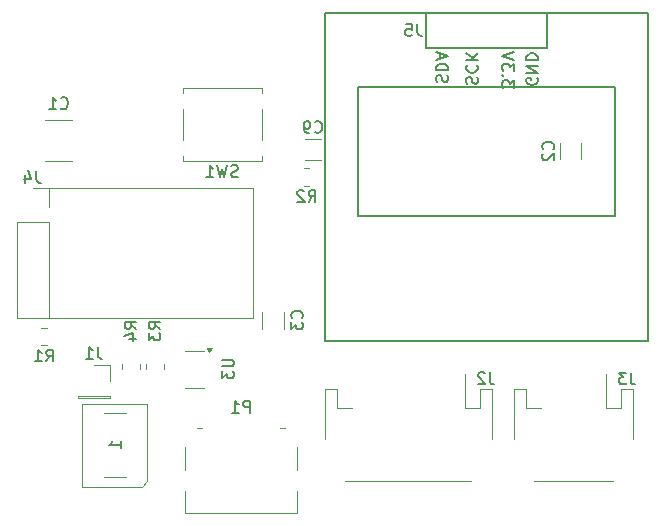
<source format=gbo>
%TF.GenerationSoftware,KiCad,Pcbnew,9.0.2*%
%TF.CreationDate,2025-06-17T20:14:42+02:00*%
%TF.ProjectId,elrs_tx_full,656c7273-5f74-4785-9f66-756c6c2e6b69,rev?*%
%TF.SameCoordinates,Original*%
%TF.FileFunction,Legend,Bot*%
%TF.FilePolarity,Positive*%
%FSLAX46Y46*%
G04 Gerber Fmt 4.6, Leading zero omitted, Abs format (unit mm)*
G04 Created by KiCad (PCBNEW 9.0.2) date 2025-06-17 20:14:42*
%MOMM*%
%LPD*%
G01*
G04 APERTURE LIST*
%ADD10C,0.150000*%
%ADD11C,0.120000*%
G04 APERTURE END LIST*
D10*
X123788180Y-47130921D02*
X123788180Y-46511874D01*
X123788180Y-46511874D02*
X123407228Y-46845207D01*
X123407228Y-46845207D02*
X123407228Y-46702350D01*
X123407228Y-46702350D02*
X123359609Y-46607112D01*
X123359609Y-46607112D02*
X123311990Y-46559493D01*
X123311990Y-46559493D02*
X123216752Y-46511874D01*
X123216752Y-46511874D02*
X122978657Y-46511874D01*
X122978657Y-46511874D02*
X122883419Y-46559493D01*
X122883419Y-46559493D02*
X122835800Y-46607112D01*
X122835800Y-46607112D02*
X122788180Y-46702350D01*
X122788180Y-46702350D02*
X122788180Y-46988064D01*
X122788180Y-46988064D02*
X122835800Y-47083302D01*
X122835800Y-47083302D02*
X122883419Y-47130921D01*
X122883419Y-46083302D02*
X122835800Y-46035683D01*
X122835800Y-46035683D02*
X122788180Y-46083302D01*
X122788180Y-46083302D02*
X122835800Y-46130921D01*
X122835800Y-46130921D02*
X122883419Y-46083302D01*
X122883419Y-46083302D02*
X122788180Y-46083302D01*
X123788180Y-45702350D02*
X123788180Y-45083303D01*
X123788180Y-45083303D02*
X123407228Y-45416636D01*
X123407228Y-45416636D02*
X123407228Y-45273779D01*
X123407228Y-45273779D02*
X123359609Y-45178541D01*
X123359609Y-45178541D02*
X123311990Y-45130922D01*
X123311990Y-45130922D02*
X123216752Y-45083303D01*
X123216752Y-45083303D02*
X122978657Y-45083303D01*
X122978657Y-45083303D02*
X122883419Y-45130922D01*
X122883419Y-45130922D02*
X122835800Y-45178541D01*
X122835800Y-45178541D02*
X122788180Y-45273779D01*
X122788180Y-45273779D02*
X122788180Y-45559493D01*
X122788180Y-45559493D02*
X122835800Y-45654731D01*
X122835800Y-45654731D02*
X122883419Y-45702350D01*
X123788180Y-44797588D02*
X122788180Y-44464255D01*
X122788180Y-44464255D02*
X123788180Y-44130922D01*
X117247800Y-46654731D02*
X117200180Y-46511874D01*
X117200180Y-46511874D02*
X117200180Y-46273779D01*
X117200180Y-46273779D02*
X117247800Y-46178541D01*
X117247800Y-46178541D02*
X117295419Y-46130922D01*
X117295419Y-46130922D02*
X117390657Y-46083303D01*
X117390657Y-46083303D02*
X117485895Y-46083303D01*
X117485895Y-46083303D02*
X117581133Y-46130922D01*
X117581133Y-46130922D02*
X117628752Y-46178541D01*
X117628752Y-46178541D02*
X117676371Y-46273779D01*
X117676371Y-46273779D02*
X117723990Y-46464255D01*
X117723990Y-46464255D02*
X117771609Y-46559493D01*
X117771609Y-46559493D02*
X117819228Y-46607112D01*
X117819228Y-46607112D02*
X117914466Y-46654731D01*
X117914466Y-46654731D02*
X118009704Y-46654731D01*
X118009704Y-46654731D02*
X118104942Y-46607112D01*
X118104942Y-46607112D02*
X118152561Y-46559493D01*
X118152561Y-46559493D02*
X118200180Y-46464255D01*
X118200180Y-46464255D02*
X118200180Y-46226160D01*
X118200180Y-46226160D02*
X118152561Y-46083303D01*
X117200180Y-45654731D02*
X118200180Y-45654731D01*
X118200180Y-45654731D02*
X118200180Y-45416636D01*
X118200180Y-45416636D02*
X118152561Y-45273779D01*
X118152561Y-45273779D02*
X118057323Y-45178541D01*
X118057323Y-45178541D02*
X117962085Y-45130922D01*
X117962085Y-45130922D02*
X117771609Y-45083303D01*
X117771609Y-45083303D02*
X117628752Y-45083303D01*
X117628752Y-45083303D02*
X117438276Y-45130922D01*
X117438276Y-45130922D02*
X117343038Y-45178541D01*
X117343038Y-45178541D02*
X117247800Y-45273779D01*
X117247800Y-45273779D02*
X117200180Y-45416636D01*
X117200180Y-45416636D02*
X117200180Y-45654731D01*
X117485895Y-44702350D02*
X117485895Y-44226160D01*
X117200180Y-44797588D02*
X118200180Y-44464255D01*
X118200180Y-44464255D02*
X117200180Y-44130922D01*
X125772561Y-46321398D02*
X125820180Y-46416636D01*
X125820180Y-46416636D02*
X125820180Y-46559493D01*
X125820180Y-46559493D02*
X125772561Y-46702350D01*
X125772561Y-46702350D02*
X125677323Y-46797588D01*
X125677323Y-46797588D02*
X125582085Y-46845207D01*
X125582085Y-46845207D02*
X125391609Y-46892826D01*
X125391609Y-46892826D02*
X125248752Y-46892826D01*
X125248752Y-46892826D02*
X125058276Y-46845207D01*
X125058276Y-46845207D02*
X124963038Y-46797588D01*
X124963038Y-46797588D02*
X124867800Y-46702350D01*
X124867800Y-46702350D02*
X124820180Y-46559493D01*
X124820180Y-46559493D02*
X124820180Y-46464255D01*
X124820180Y-46464255D02*
X124867800Y-46321398D01*
X124867800Y-46321398D02*
X124915419Y-46273779D01*
X124915419Y-46273779D02*
X125248752Y-46273779D01*
X125248752Y-46273779D02*
X125248752Y-46464255D01*
X124820180Y-45845207D02*
X125820180Y-45845207D01*
X125820180Y-45845207D02*
X124820180Y-45273779D01*
X124820180Y-45273779D02*
X125820180Y-45273779D01*
X124820180Y-44797588D02*
X125820180Y-44797588D01*
X125820180Y-44797588D02*
X125820180Y-44559493D01*
X125820180Y-44559493D02*
X125772561Y-44416636D01*
X125772561Y-44416636D02*
X125677323Y-44321398D01*
X125677323Y-44321398D02*
X125582085Y-44273779D01*
X125582085Y-44273779D02*
X125391609Y-44226160D01*
X125391609Y-44226160D02*
X125248752Y-44226160D01*
X125248752Y-44226160D02*
X125058276Y-44273779D01*
X125058276Y-44273779D02*
X124963038Y-44321398D01*
X124963038Y-44321398D02*
X124867800Y-44416636D01*
X124867800Y-44416636D02*
X124820180Y-44559493D01*
X124820180Y-44559493D02*
X124820180Y-44797588D01*
X119787800Y-46797588D02*
X119740180Y-46654731D01*
X119740180Y-46654731D02*
X119740180Y-46416636D01*
X119740180Y-46416636D02*
X119787800Y-46321398D01*
X119787800Y-46321398D02*
X119835419Y-46273779D01*
X119835419Y-46273779D02*
X119930657Y-46226160D01*
X119930657Y-46226160D02*
X120025895Y-46226160D01*
X120025895Y-46226160D02*
X120121133Y-46273779D01*
X120121133Y-46273779D02*
X120168752Y-46321398D01*
X120168752Y-46321398D02*
X120216371Y-46416636D01*
X120216371Y-46416636D02*
X120263990Y-46607112D01*
X120263990Y-46607112D02*
X120311609Y-46702350D01*
X120311609Y-46702350D02*
X120359228Y-46749969D01*
X120359228Y-46749969D02*
X120454466Y-46797588D01*
X120454466Y-46797588D02*
X120549704Y-46797588D01*
X120549704Y-46797588D02*
X120644942Y-46749969D01*
X120644942Y-46749969D02*
X120692561Y-46702350D01*
X120692561Y-46702350D02*
X120740180Y-46607112D01*
X120740180Y-46607112D02*
X120740180Y-46369017D01*
X120740180Y-46369017D02*
X120692561Y-46226160D01*
X119835419Y-45226160D02*
X119787800Y-45273779D01*
X119787800Y-45273779D02*
X119740180Y-45416636D01*
X119740180Y-45416636D02*
X119740180Y-45511874D01*
X119740180Y-45511874D02*
X119787800Y-45654731D01*
X119787800Y-45654731D02*
X119883038Y-45749969D01*
X119883038Y-45749969D02*
X119978276Y-45797588D01*
X119978276Y-45797588D02*
X120168752Y-45845207D01*
X120168752Y-45845207D02*
X120311609Y-45845207D01*
X120311609Y-45845207D02*
X120502085Y-45797588D01*
X120502085Y-45797588D02*
X120597323Y-45749969D01*
X120597323Y-45749969D02*
X120692561Y-45654731D01*
X120692561Y-45654731D02*
X120740180Y-45511874D01*
X120740180Y-45511874D02*
X120740180Y-45416636D01*
X120740180Y-45416636D02*
X120692561Y-45273779D01*
X120692561Y-45273779D02*
X120644942Y-45226160D01*
X119740180Y-44797588D02*
X120740180Y-44797588D01*
X119740180Y-44226160D02*
X120311609Y-44654731D01*
X120740180Y-44226160D02*
X120168752Y-44797588D01*
X99081319Y-70160095D02*
X99890842Y-70160095D01*
X99890842Y-70160095D02*
X99986080Y-70207714D01*
X99986080Y-70207714D02*
X100033700Y-70255333D01*
X100033700Y-70255333D02*
X100081319Y-70350571D01*
X100081319Y-70350571D02*
X100081319Y-70541047D01*
X100081319Y-70541047D02*
X100033700Y-70636285D01*
X100033700Y-70636285D02*
X99986080Y-70683904D01*
X99986080Y-70683904D02*
X99890842Y-70731523D01*
X99890842Y-70731523D02*
X99081319Y-70731523D01*
X99081319Y-71112476D02*
X99081319Y-71731523D01*
X99081319Y-71731523D02*
X99462271Y-71398190D01*
X99462271Y-71398190D02*
X99462271Y-71541047D01*
X99462271Y-71541047D02*
X99509890Y-71636285D01*
X99509890Y-71636285D02*
X99557509Y-71683904D01*
X99557509Y-71683904D02*
X99652747Y-71731523D01*
X99652747Y-71731523D02*
X99890842Y-71731523D01*
X99890842Y-71731523D02*
X99986080Y-71683904D01*
X99986080Y-71683904D02*
X100033700Y-71636285D01*
X100033700Y-71636285D02*
X100081319Y-71541047D01*
X100081319Y-71541047D02*
X100081319Y-71255333D01*
X100081319Y-71255333D02*
X100033700Y-71160095D01*
X100033700Y-71160095D02*
X99986080Y-71112476D01*
X91820819Y-67551333D02*
X91344628Y-67218000D01*
X91820819Y-66979905D02*
X90820819Y-66979905D01*
X90820819Y-66979905D02*
X90820819Y-67360857D01*
X90820819Y-67360857D02*
X90868438Y-67456095D01*
X90868438Y-67456095D02*
X90916057Y-67503714D01*
X90916057Y-67503714D02*
X91011295Y-67551333D01*
X91011295Y-67551333D02*
X91154152Y-67551333D01*
X91154152Y-67551333D02*
X91249390Y-67503714D01*
X91249390Y-67503714D02*
X91297009Y-67456095D01*
X91297009Y-67456095D02*
X91344628Y-67360857D01*
X91344628Y-67360857D02*
X91344628Y-66979905D01*
X91154152Y-68408476D02*
X91820819Y-68408476D01*
X90773200Y-68170381D02*
X91487485Y-67932286D01*
X91487485Y-67932286D02*
X91487485Y-68551333D01*
X93852819Y-67551333D02*
X93376628Y-67218000D01*
X93852819Y-66979905D02*
X92852819Y-66979905D01*
X92852819Y-66979905D02*
X92852819Y-67360857D01*
X92852819Y-67360857D02*
X92900438Y-67456095D01*
X92900438Y-67456095D02*
X92948057Y-67503714D01*
X92948057Y-67503714D02*
X93043295Y-67551333D01*
X93043295Y-67551333D02*
X93186152Y-67551333D01*
X93186152Y-67551333D02*
X93281390Y-67503714D01*
X93281390Y-67503714D02*
X93329009Y-67456095D01*
X93329009Y-67456095D02*
X93376628Y-67360857D01*
X93376628Y-67360857D02*
X93376628Y-66979905D01*
X92852819Y-67884667D02*
X92852819Y-68503714D01*
X92852819Y-68503714D02*
X93233771Y-68170381D01*
X93233771Y-68170381D02*
X93233771Y-68313238D01*
X93233771Y-68313238D02*
X93281390Y-68408476D01*
X93281390Y-68408476D02*
X93329009Y-68456095D01*
X93329009Y-68456095D02*
X93424247Y-68503714D01*
X93424247Y-68503714D02*
X93662342Y-68503714D01*
X93662342Y-68503714D02*
X93757580Y-68456095D01*
X93757580Y-68456095D02*
X93805200Y-68408476D01*
X93805200Y-68408476D02*
X93852819Y-68313238D01*
X93852819Y-68313238D02*
X93852819Y-68027524D01*
X93852819Y-68027524D02*
X93805200Y-67932286D01*
X93805200Y-67932286D02*
X93757580Y-67884667D01*
X106925066Y-50875180D02*
X106972685Y-50922800D01*
X106972685Y-50922800D02*
X107115542Y-50970419D01*
X107115542Y-50970419D02*
X107210780Y-50970419D01*
X107210780Y-50970419D02*
X107353637Y-50922800D01*
X107353637Y-50922800D02*
X107448875Y-50827561D01*
X107448875Y-50827561D02*
X107496494Y-50732323D01*
X107496494Y-50732323D02*
X107544113Y-50541847D01*
X107544113Y-50541847D02*
X107544113Y-50398990D01*
X107544113Y-50398990D02*
X107496494Y-50208514D01*
X107496494Y-50208514D02*
X107448875Y-50113276D01*
X107448875Y-50113276D02*
X107353637Y-50018038D01*
X107353637Y-50018038D02*
X107210780Y-49970419D01*
X107210780Y-49970419D02*
X107115542Y-49970419D01*
X107115542Y-49970419D02*
X106972685Y-50018038D01*
X106972685Y-50018038D02*
X106925066Y-50065657D01*
X106448875Y-50970419D02*
X106258399Y-50970419D01*
X106258399Y-50970419D02*
X106163161Y-50922800D01*
X106163161Y-50922800D02*
X106115542Y-50875180D01*
X106115542Y-50875180D02*
X106020304Y-50732323D01*
X106020304Y-50732323D02*
X105972685Y-50541847D01*
X105972685Y-50541847D02*
X105972685Y-50160895D01*
X105972685Y-50160895D02*
X106020304Y-50065657D01*
X106020304Y-50065657D02*
X106067923Y-50018038D01*
X106067923Y-50018038D02*
X106163161Y-49970419D01*
X106163161Y-49970419D02*
X106353637Y-49970419D01*
X106353637Y-49970419D02*
X106448875Y-50018038D01*
X106448875Y-50018038D02*
X106496494Y-50065657D01*
X106496494Y-50065657D02*
X106544113Y-50160895D01*
X106544113Y-50160895D02*
X106544113Y-50398990D01*
X106544113Y-50398990D02*
X106496494Y-50494228D01*
X106496494Y-50494228D02*
X106448875Y-50541847D01*
X106448875Y-50541847D02*
X106353637Y-50589466D01*
X106353637Y-50589466D02*
X106163161Y-50589466D01*
X106163161Y-50589466D02*
X106067923Y-50541847D01*
X106067923Y-50541847D02*
X106020304Y-50494228D01*
X106020304Y-50494228D02*
X105972685Y-50398990D01*
X100405332Y-54656600D02*
X100262475Y-54704219D01*
X100262475Y-54704219D02*
X100024380Y-54704219D01*
X100024380Y-54704219D02*
X99929142Y-54656600D01*
X99929142Y-54656600D02*
X99881523Y-54608980D01*
X99881523Y-54608980D02*
X99833904Y-54513742D01*
X99833904Y-54513742D02*
X99833904Y-54418504D01*
X99833904Y-54418504D02*
X99881523Y-54323266D01*
X99881523Y-54323266D02*
X99929142Y-54275647D01*
X99929142Y-54275647D02*
X100024380Y-54228028D01*
X100024380Y-54228028D02*
X100214856Y-54180409D01*
X100214856Y-54180409D02*
X100310094Y-54132790D01*
X100310094Y-54132790D02*
X100357713Y-54085171D01*
X100357713Y-54085171D02*
X100405332Y-53989933D01*
X100405332Y-53989933D02*
X100405332Y-53894695D01*
X100405332Y-53894695D02*
X100357713Y-53799457D01*
X100357713Y-53799457D02*
X100310094Y-53751838D01*
X100310094Y-53751838D02*
X100214856Y-53704219D01*
X100214856Y-53704219D02*
X99976761Y-53704219D01*
X99976761Y-53704219D02*
X99833904Y-53751838D01*
X99500570Y-53704219D02*
X99262475Y-54704219D01*
X99262475Y-54704219D02*
X99071999Y-53989933D01*
X99071999Y-53989933D02*
X98881523Y-54704219D01*
X98881523Y-54704219D02*
X98643428Y-53704219D01*
X97738666Y-54704219D02*
X98310094Y-54704219D01*
X98024380Y-54704219D02*
X98024380Y-53704219D01*
X98024380Y-53704219D02*
X98119618Y-53847076D01*
X98119618Y-53847076D02*
X98214856Y-53942314D01*
X98214856Y-53942314D02*
X98310094Y-53989933D01*
X106391666Y-56812419D02*
X106724999Y-56336228D01*
X106963094Y-56812419D02*
X106963094Y-55812419D01*
X106963094Y-55812419D02*
X106582142Y-55812419D01*
X106582142Y-55812419D02*
X106486904Y-55860038D01*
X106486904Y-55860038D02*
X106439285Y-55907657D01*
X106439285Y-55907657D02*
X106391666Y-56002895D01*
X106391666Y-56002895D02*
X106391666Y-56145752D01*
X106391666Y-56145752D02*
X106439285Y-56240990D01*
X106439285Y-56240990D02*
X106486904Y-56288609D01*
X106486904Y-56288609D02*
X106582142Y-56336228D01*
X106582142Y-56336228D02*
X106963094Y-56336228D01*
X106010713Y-55907657D02*
X105963094Y-55860038D01*
X105963094Y-55860038D02*
X105867856Y-55812419D01*
X105867856Y-55812419D02*
X105629761Y-55812419D01*
X105629761Y-55812419D02*
X105534523Y-55860038D01*
X105534523Y-55860038D02*
X105486904Y-55907657D01*
X105486904Y-55907657D02*
X105439285Y-56002895D01*
X105439285Y-56002895D02*
X105439285Y-56098133D01*
X105439285Y-56098133D02*
X105486904Y-56240990D01*
X105486904Y-56240990D02*
X106058332Y-56812419D01*
X106058332Y-56812419D02*
X105439285Y-56812419D01*
X101418494Y-74632619D02*
X101418494Y-73632619D01*
X101418494Y-73632619D02*
X101037542Y-73632619D01*
X101037542Y-73632619D02*
X100942304Y-73680238D01*
X100942304Y-73680238D02*
X100894685Y-73727857D01*
X100894685Y-73727857D02*
X100847066Y-73823095D01*
X100847066Y-73823095D02*
X100847066Y-73965952D01*
X100847066Y-73965952D02*
X100894685Y-74061190D01*
X100894685Y-74061190D02*
X100942304Y-74108809D01*
X100942304Y-74108809D02*
X101037542Y-74156428D01*
X101037542Y-74156428D02*
X101418494Y-74156428D01*
X99894685Y-74632619D02*
X100466113Y-74632619D01*
X100180399Y-74632619D02*
X100180399Y-73632619D01*
X100180399Y-73632619D02*
X100275637Y-73775476D01*
X100275637Y-73775476D02*
X100370875Y-73870714D01*
X100370875Y-73870714D02*
X100466113Y-73918333D01*
X115588533Y-41740819D02*
X115588533Y-42455104D01*
X115588533Y-42455104D02*
X115636152Y-42597961D01*
X115636152Y-42597961D02*
X115731390Y-42693200D01*
X115731390Y-42693200D02*
X115874247Y-42740819D01*
X115874247Y-42740819D02*
X115969485Y-42740819D01*
X114636152Y-41740819D02*
X115112342Y-41740819D01*
X115112342Y-41740819D02*
X115159961Y-42217009D01*
X115159961Y-42217009D02*
X115112342Y-42169390D01*
X115112342Y-42169390D02*
X115017104Y-42121771D01*
X115017104Y-42121771D02*
X114779009Y-42121771D01*
X114779009Y-42121771D02*
X114683771Y-42169390D01*
X114683771Y-42169390D02*
X114636152Y-42217009D01*
X114636152Y-42217009D02*
X114588533Y-42312247D01*
X114588533Y-42312247D02*
X114588533Y-42550342D01*
X114588533Y-42550342D02*
X114636152Y-42645580D01*
X114636152Y-42645580D02*
X114683771Y-42693200D01*
X114683771Y-42693200D02*
X114779009Y-42740819D01*
X114779009Y-42740819D02*
X115017104Y-42740819D01*
X115017104Y-42740819D02*
X115112342Y-42693200D01*
X115112342Y-42693200D02*
X115159961Y-42645580D01*
X88549733Y-69078819D02*
X88549733Y-69793104D01*
X88549733Y-69793104D02*
X88597352Y-69935961D01*
X88597352Y-69935961D02*
X88692590Y-70031200D01*
X88692590Y-70031200D02*
X88835447Y-70078819D01*
X88835447Y-70078819D02*
X88930685Y-70078819D01*
X87549733Y-70078819D02*
X88121161Y-70078819D01*
X87835447Y-70078819D02*
X87835447Y-69078819D01*
X87835447Y-69078819D02*
X87930685Y-69221676D01*
X87930685Y-69221676D02*
X88025923Y-69316914D01*
X88025923Y-69316914D02*
X88121161Y-69364533D01*
X121735333Y-71225019D02*
X121735333Y-71939304D01*
X121735333Y-71939304D02*
X121782952Y-72082161D01*
X121782952Y-72082161D02*
X121878190Y-72177400D01*
X121878190Y-72177400D02*
X122021047Y-72225019D01*
X122021047Y-72225019D02*
X122116285Y-72225019D01*
X121306761Y-71320257D02*
X121259142Y-71272638D01*
X121259142Y-71272638D02*
X121163904Y-71225019D01*
X121163904Y-71225019D02*
X120925809Y-71225019D01*
X120925809Y-71225019D02*
X120830571Y-71272638D01*
X120830571Y-71272638D02*
X120782952Y-71320257D01*
X120782952Y-71320257D02*
X120735333Y-71415495D01*
X120735333Y-71415495D02*
X120735333Y-71510733D01*
X120735333Y-71510733D02*
X120782952Y-71653590D01*
X120782952Y-71653590D02*
X121354380Y-72225019D01*
X121354380Y-72225019D02*
X120735333Y-72225019D01*
X84166666Y-70298819D02*
X84499999Y-69822628D01*
X84738094Y-70298819D02*
X84738094Y-69298819D01*
X84738094Y-69298819D02*
X84357142Y-69298819D01*
X84357142Y-69298819D02*
X84261904Y-69346438D01*
X84261904Y-69346438D02*
X84214285Y-69394057D01*
X84214285Y-69394057D02*
X84166666Y-69489295D01*
X84166666Y-69489295D02*
X84166666Y-69632152D01*
X84166666Y-69632152D02*
X84214285Y-69727390D01*
X84214285Y-69727390D02*
X84261904Y-69775009D01*
X84261904Y-69775009D02*
X84357142Y-69822628D01*
X84357142Y-69822628D02*
X84738094Y-69822628D01*
X83214285Y-70298819D02*
X83785713Y-70298819D01*
X83499999Y-70298819D02*
X83499999Y-69298819D01*
X83499999Y-69298819D02*
X83595237Y-69441676D01*
X83595237Y-69441676D02*
X83690475Y-69536914D01*
X83690475Y-69536914D02*
X83785713Y-69584533D01*
X83317333Y-54186819D02*
X83317333Y-54901104D01*
X83317333Y-54901104D02*
X83364952Y-55043961D01*
X83364952Y-55043961D02*
X83460190Y-55139200D01*
X83460190Y-55139200D02*
X83603047Y-55186819D01*
X83603047Y-55186819D02*
X83698285Y-55186819D01*
X82412571Y-54520152D02*
X82412571Y-55186819D01*
X82650666Y-54139200D02*
X82888761Y-54853485D01*
X82888761Y-54853485D02*
X82269714Y-54853485D01*
X85402966Y-48850980D02*
X85450585Y-48898600D01*
X85450585Y-48898600D02*
X85593442Y-48946219D01*
X85593442Y-48946219D02*
X85688680Y-48946219D01*
X85688680Y-48946219D02*
X85831537Y-48898600D01*
X85831537Y-48898600D02*
X85926775Y-48803361D01*
X85926775Y-48803361D02*
X85974394Y-48708123D01*
X85974394Y-48708123D02*
X86022013Y-48517647D01*
X86022013Y-48517647D02*
X86022013Y-48374790D01*
X86022013Y-48374790D02*
X85974394Y-48184314D01*
X85974394Y-48184314D02*
X85926775Y-48089076D01*
X85926775Y-48089076D02*
X85831537Y-47993838D01*
X85831537Y-47993838D02*
X85688680Y-47946219D01*
X85688680Y-47946219D02*
X85593442Y-47946219D01*
X85593442Y-47946219D02*
X85450585Y-47993838D01*
X85450585Y-47993838D02*
X85402966Y-48041457D01*
X84450585Y-48946219D02*
X85022013Y-48946219D01*
X84736299Y-48946219D02*
X84736299Y-47946219D01*
X84736299Y-47946219D02*
X84831537Y-48089076D01*
X84831537Y-48089076D02*
X84926775Y-48184314D01*
X84926775Y-48184314D02*
X85022013Y-48231933D01*
X105810380Y-66643433D02*
X105858000Y-66595814D01*
X105858000Y-66595814D02*
X105905619Y-66452957D01*
X105905619Y-66452957D02*
X105905619Y-66357719D01*
X105905619Y-66357719D02*
X105858000Y-66214862D01*
X105858000Y-66214862D02*
X105762761Y-66119624D01*
X105762761Y-66119624D02*
X105667523Y-66072005D01*
X105667523Y-66072005D02*
X105477047Y-66024386D01*
X105477047Y-66024386D02*
X105334190Y-66024386D01*
X105334190Y-66024386D02*
X105143714Y-66072005D01*
X105143714Y-66072005D02*
X105048476Y-66119624D01*
X105048476Y-66119624D02*
X104953238Y-66214862D01*
X104953238Y-66214862D02*
X104905619Y-66357719D01*
X104905619Y-66357719D02*
X104905619Y-66452957D01*
X104905619Y-66452957D02*
X104953238Y-66595814D01*
X104953238Y-66595814D02*
X105000857Y-66643433D01*
X104905619Y-66976767D02*
X104905619Y-67595814D01*
X104905619Y-67595814D02*
X105286571Y-67262481D01*
X105286571Y-67262481D02*
X105286571Y-67405338D01*
X105286571Y-67405338D02*
X105334190Y-67500576D01*
X105334190Y-67500576D02*
X105381809Y-67548195D01*
X105381809Y-67548195D02*
X105477047Y-67595814D01*
X105477047Y-67595814D02*
X105715142Y-67595814D01*
X105715142Y-67595814D02*
X105810380Y-67548195D01*
X105810380Y-67548195D02*
X105858000Y-67500576D01*
X105858000Y-67500576D02*
X105905619Y-67405338D01*
X105905619Y-67405338D02*
X105905619Y-67119624D01*
X105905619Y-67119624D02*
X105858000Y-67024386D01*
X105858000Y-67024386D02*
X105810380Y-66976767D01*
X90487819Y-77644914D02*
X90487819Y-77073486D01*
X90487819Y-77359200D02*
X89487819Y-77359200D01*
X89487819Y-77359200D02*
X89630676Y-77263962D01*
X89630676Y-77263962D02*
X89725914Y-77168724D01*
X89725914Y-77168724D02*
X89773533Y-77073486D01*
X133673333Y-71246019D02*
X133673333Y-71960304D01*
X133673333Y-71960304D02*
X133720952Y-72103161D01*
X133720952Y-72103161D02*
X133816190Y-72198400D01*
X133816190Y-72198400D02*
X133959047Y-72246019D01*
X133959047Y-72246019D02*
X134054285Y-72246019D01*
X133292380Y-71246019D02*
X132673333Y-71246019D01*
X132673333Y-71246019D02*
X133006666Y-71626971D01*
X133006666Y-71626971D02*
X132863809Y-71626971D01*
X132863809Y-71626971D02*
X132768571Y-71674590D01*
X132768571Y-71674590D02*
X132720952Y-71722209D01*
X132720952Y-71722209D02*
X132673333Y-71817447D01*
X132673333Y-71817447D02*
X132673333Y-72055542D01*
X132673333Y-72055542D02*
X132720952Y-72150780D01*
X132720952Y-72150780D02*
X132768571Y-72198400D01*
X132768571Y-72198400D02*
X132863809Y-72246019D01*
X132863809Y-72246019D02*
X133149523Y-72246019D01*
X133149523Y-72246019D02*
X133244761Y-72198400D01*
X133244761Y-72198400D02*
X133292380Y-72150780D01*
X127086580Y-52330133D02*
X127134200Y-52282514D01*
X127134200Y-52282514D02*
X127181819Y-52139657D01*
X127181819Y-52139657D02*
X127181819Y-52044419D01*
X127181819Y-52044419D02*
X127134200Y-51901562D01*
X127134200Y-51901562D02*
X127038961Y-51806324D01*
X127038961Y-51806324D02*
X126943723Y-51758705D01*
X126943723Y-51758705D02*
X126753247Y-51711086D01*
X126753247Y-51711086D02*
X126610390Y-51711086D01*
X126610390Y-51711086D02*
X126419914Y-51758705D01*
X126419914Y-51758705D02*
X126324676Y-51806324D01*
X126324676Y-51806324D02*
X126229438Y-51901562D01*
X126229438Y-51901562D02*
X126181819Y-52044419D01*
X126181819Y-52044419D02*
X126181819Y-52139657D01*
X126181819Y-52139657D02*
X126229438Y-52282514D01*
X126229438Y-52282514D02*
X126277057Y-52330133D01*
X126277057Y-52711086D02*
X126229438Y-52758705D01*
X126229438Y-52758705D02*
X126181819Y-52853943D01*
X126181819Y-52853943D02*
X126181819Y-53092038D01*
X126181819Y-53092038D02*
X126229438Y-53187276D01*
X126229438Y-53187276D02*
X126277057Y-53234895D01*
X126277057Y-53234895D02*
X126372295Y-53282514D01*
X126372295Y-53282514D02*
X126467533Y-53282514D01*
X126467533Y-53282514D02*
X126610390Y-53234895D01*
X126610390Y-53234895D02*
X127181819Y-52663467D01*
X127181819Y-52663467D02*
X127181819Y-53282514D01*
D11*
%TO.C,U3*%
X98000000Y-69478000D02*
X97760000Y-69148000D01*
X98240000Y-69148000D01*
X98000000Y-69478000D01*
G36*
X98000000Y-69478000D02*
G01*
X97760000Y-69148000D01*
X98240000Y-69148000D01*
X98000000Y-69478000D01*
G37*
X96700000Y-72548000D02*
X95900000Y-72548000D01*
X96700000Y-72548000D02*
X97500000Y-72548000D01*
X96700000Y-69428000D02*
X95900000Y-69428000D01*
X96700000Y-69428000D02*
X97500000Y-69428000D01*
%TO.C,R4*%
X90631000Y-70977064D02*
X90631000Y-70522936D01*
X92101000Y-70977064D02*
X92101000Y-70522936D01*
%TO.C,R3*%
X92663000Y-70522936D02*
X92663000Y-70977064D01*
X94133000Y-70522936D02*
X94133000Y-70977064D01*
%TO.C,C9*%
X106060248Y-53254400D02*
X107482752Y-53254400D01*
X106060248Y-51434400D02*
X107482752Y-51434400D01*
%TO.C,SW1*%
X102422000Y-47142800D02*
X95722000Y-47142800D01*
X102422000Y-47592800D02*
X102422000Y-47142800D01*
X102422000Y-51592800D02*
X102422000Y-48892800D01*
X102422000Y-52892800D02*
X102422000Y-53342800D01*
X102422000Y-53342800D02*
X95722000Y-53342800D01*
X95722000Y-47142800D02*
X95722000Y-47592800D01*
X95722000Y-48892800D02*
X95722000Y-51592800D01*
X95722000Y-53342800D02*
X95722000Y-52942800D01*
%TO.C,R2*%
X105997936Y-55416200D02*
X106452064Y-55416200D01*
X105997936Y-53946200D02*
X106452064Y-53946200D01*
%TO.C,P1*%
X95930400Y-77556000D02*
X95930400Y-79461000D01*
X95930600Y-81239000D02*
X95930600Y-83118600D01*
X97378400Y-75936000D02*
X96972000Y-75936000D01*
X104388800Y-75936000D02*
X103982400Y-75936000D01*
X105430200Y-81239000D02*
X105430200Y-83118600D01*
X105430200Y-83118600D02*
X95930600Y-83118600D01*
X105430400Y-77556000D02*
X105430200Y-79461000D01*
D10*
%TO.C,J5*%
X135152800Y-40786000D02*
X135152800Y-68586000D01*
X135102800Y-68586000D02*
X107802800Y-68586000D01*
X135102800Y-40786000D02*
X107802800Y-40786000D01*
X132352800Y-47086000D02*
X132352800Y-57950000D01*
X132324800Y-57986000D02*
X110580800Y-57986000D01*
X132324800Y-47086000D02*
X110580800Y-47086000D01*
X126552800Y-43786000D02*
X116352800Y-43786000D01*
X126552800Y-40786000D02*
X126552800Y-43786000D01*
X126552800Y-40786000D02*
X116352800Y-40786000D01*
X116352800Y-40786000D02*
X116352800Y-43786000D01*
X110552800Y-47086000D02*
X110552800Y-57950000D01*
X107752800Y-40786000D02*
X107752800Y-68586000D01*
D11*
%TO.C,J1*%
X89596400Y-73384000D02*
X86836400Y-73384000D01*
X89596400Y-73274000D02*
X89596400Y-73384000D01*
X89596400Y-73274000D02*
X86836400Y-73274000D01*
X89596400Y-72004000D02*
X89596400Y-70624000D01*
X89596400Y-70624000D02*
X88216400Y-70624000D01*
X86836400Y-73274000D02*
X86836400Y-73384000D01*
%TO.C,J2*%
X107775600Y-72631000D02*
X108795600Y-72631000D01*
X107775600Y-76881000D02*
X107775600Y-72631000D01*
X108795600Y-72631000D02*
X108795600Y-74231000D01*
X108795600Y-74231000D02*
X110075600Y-74231000D01*
X119595600Y-74231000D02*
X119595600Y-71341000D01*
X120175600Y-80451000D02*
X109495600Y-80451000D01*
X120875600Y-72631000D02*
X120875600Y-74231000D01*
X120875600Y-74231000D02*
X119595600Y-74231000D01*
X121895600Y-72631000D02*
X120875600Y-72631000D01*
X121895600Y-76881000D02*
X121895600Y-72631000D01*
%TO.C,R1*%
X83772936Y-67459000D02*
X84227064Y-67459000D01*
X83772936Y-68929000D02*
X84227064Y-68929000D01*
%TO.C,J4*%
X81668000Y-58542000D02*
X81668000Y-66622000D01*
X84428000Y-58542000D02*
X81668000Y-58542000D01*
X84428000Y-58542000D02*
X84428000Y-66622000D01*
X84428000Y-66622000D02*
X81668000Y-66622000D01*
X84428000Y-66622000D02*
X101718000Y-66622000D01*
X84448000Y-55622000D02*
X83048000Y-55622000D01*
X84448000Y-55622000D02*
X101718000Y-55622000D01*
X84448000Y-57272000D02*
X84448000Y-55622000D01*
X101718000Y-55622000D02*
X101718000Y-66622000D01*
%TO.C,C1*%
X84075048Y-49880200D02*
X86397552Y-49880200D01*
X84075048Y-53300200D02*
X86397552Y-53300200D01*
%TO.C,C3*%
X102458000Y-66098848D02*
X102458000Y-67521352D01*
X104278000Y-66098848D02*
X104278000Y-67521352D01*
%TO.C,D1*%
X92745400Y-80450400D02*
X92295400Y-80900400D01*
X92745400Y-73900400D02*
X92745400Y-80450400D01*
X92295400Y-80900400D02*
X87245400Y-80900400D01*
X90895400Y-80100400D02*
X89095400Y-80100400D01*
X90895400Y-74700400D02*
X89095400Y-74700400D01*
X87245400Y-73900400D02*
X92745400Y-73900400D01*
X87245400Y-73900400D02*
X87245400Y-80900400D01*
%TO.C,J3*%
X123777600Y-72652000D02*
X124797600Y-72652000D01*
X123777600Y-76902000D02*
X123777600Y-72652000D01*
X124797600Y-72652000D02*
X124797600Y-74252000D01*
X124797600Y-74252000D02*
X126077600Y-74252000D01*
X131597600Y-74252000D02*
X131597600Y-71362000D01*
X132177600Y-80472000D02*
X125497600Y-80472000D01*
X132877600Y-72652000D02*
X132877600Y-74252000D01*
X132877600Y-74252000D02*
X131597600Y-74252000D01*
X133897600Y-72652000D02*
X132877600Y-72652000D01*
X133897600Y-76902000D02*
X133897600Y-72652000D01*
%TO.C,C2*%
X129487000Y-51785548D02*
X129487000Y-53208052D01*
X127667000Y-51785548D02*
X127667000Y-53208052D01*
%TD*%
M02*

</source>
